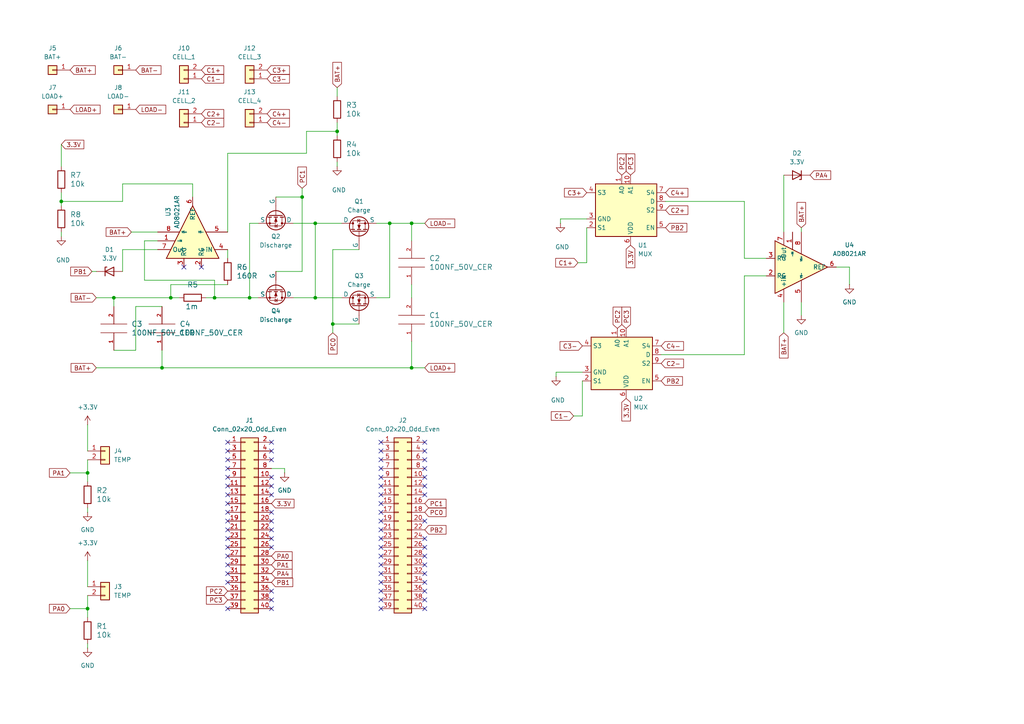
<source format=kicad_sch>
(kicad_sch (version 20250114) (generator "eeschema") (generator_version "9.0")
  (paper "A4")
  (lib_symbols
    (symbol "Amplifier_Operational:AD8021AR"
      (property "Reference" "U3" (at 13.97 6.4202 0))
      (property "Value" "AD8021AR" (at 13.97 3.8802 0))
      (symbol "AD8021AR_0_1"
        (polyline (pts (xy -7.62 7.62) (xy 7.62 0) (xy -7.62 -7.62) (xy -7.62 7.62)) (stroke (width 0.254)) (fill (type background)))
      )
      (symbol "AD8021AR_1_1"
        (pin input line (at -10.16 2.54 0) (length 2.54) (name "RG") (number "3"))
        (pin input line (at -10.16 -2.54 0) (length 2.54) (name "RG") (number "2"))
        (pin power_in line (at -5.08 10.16 270) (length 3.81) (name "Out") (number "7"))
        (pin power_in line (at -5.08 -10.16 90) (length 3.81) (name "+iN") (number "4"))
        (pin input line (at -2.54 10.16 270) (length 5.08) (name "-IN") (number "1"))
        (pin input line (at 0 10.16 270) (length 6.35) (name "VS+") (number "8"))
        (pin passive line (at 0 -10.16 90) (length 6.35) (name "VS-") (number "5"))
        (pin output line (at 10.16 0 180) (length 2.54) (name "REF") (number "6"))
      )
    )
    (symbol "Analog:PGA112"
      (property "Reference" "U2" (at 2.1433 -10.16 0))
      (property "Value" "MUX" (at 2.1433 -12.7 0))
      (symbol "PGA112_0_1"
        (rectangle (start -10.16 7.62) (end 7.62 -7.62) (stroke (width 0.254)) (fill (type background)))
      )
      (symbol "PGA112_1_1"
        (pin input line (at -12.7 5.08 0) (length 2.54) (name "S3") (number "4"))
        (pin input line (at -12.7 -2.54 0) (length 2.54) (name "GND") (number "3"))
        (pin input line (at -12.7 -5.08 0) (length 2.54) (name "S1") (number "2"))
        (pin power_in line (at -2.54 10.16 270) (length 2.54) (name "A0") (number "1"))
        (pin power_in line (at 0 10.16 270) (length 2.54) (name "A1") (number "10"))
        (pin power_in line (at 0 -10.16 90) (length 2.54) (name "VDD") (number "6"))
        (pin input line (at 10.16 5.08 180) (length 2.54) (name "S4") (number "7"))
        (pin bidirectional line (at 10.16 2.54 180) (length 2.54) (name "D") (number "8"))
        (pin input line (at 10.16 0 180) (length 2.54) (name "S2") (number "9"))
        (pin output line (at 10.16 -5.08 180) (length 2.54) (name "EN") (number "5"))
      )
    )
    (symbol "Connector_Generic:Conn_01x01" (pin_names (offset 1.016) (hide yes))
      (property "Reference" "J" (at 0 2.54 0))
      (property "Value" "Conn_01x01" (at 0 -2.54 0))
      (symbol "Conn_01x01_1_1"
        (rectangle (start -1.27 1.27) (end 1.27 -1.27) (stroke (width 0.254)) (fill (type background)))
        (rectangle (start -1.27 0.127) (end 0 -0.127) (stroke (width 0.1524)))
        (pin passive line (at -5.08 0 0) (length 3.81) (name "Pin_1") (number "1"))
      )
    )
    (symbol "Connector_Generic:Conn_01x02" (pin_names (offset 1.016) (hide yes))
      (property "Reference" "J" (at 0 2.54 0))
      (property "Value" "Conn_01x02" (at 0 -5.08 0))
      (symbol "Conn_01x02_1_1"
        (rectangle (start -1.27 1.27) (end 1.27 -3.81) (stroke (width 0.254)) (fill (type background)))
        (rectangle (start -1.27 0.127) (end 0 -0.127) (stroke (width 0.1524)))
        (rectangle (start -1.27 -2.413) (end 0 -2.667) (stroke (width 0.1524)))
        (pin passive line (at -5.08 0 0) (length 3.81) (name "Pin_1") (number "1"))
        (pin passive line (at -5.08 -2.54 0) (length 3.81) (name "Pin_2") (number "2"))
      )
    )
    (symbol "Connector_Generic:Conn_02x20_Odd_Even" (pin_names (offset 1.016) (hide yes))
      (property "Reference" "J" (at 1.27 25.4 0))
      (property "Value" "Conn_02x20_Odd_Even" (at 1.27 -27.94 0))
      (symbol "Conn_02x20_Odd_Even_1_1"
        (rectangle (start -1.27 24.13) (end 3.81 -26.67) (stroke (width 0.254)) (fill (type background)))
        (rectangle (start -1.27 22.987) (end 0 22.733) (stroke (width 0.1524)))
        (rectangle (start -1.27 20.447) (end 0 20.193) (stroke (width 0.1524)))
        (rectangle (start -1.27 17.907) (end 0 17.653) (stroke (width 0.1524)))
        (rectangle (start -1.27 15.367) (end 0 15.113) (stroke (width 0.1524)))
        (rectangle (start -1.27 12.827) (end 0 12.573) (stroke (width 0.1524)))
        (rectangle (start -1.27 10.287) (end 0 10.033) (stroke (width 0.1524)))
        (rectangle (start -1.27 7.747) (end 0 7.493) (stroke (width 0.1524)))
        (rectangle (start -1.27 5.207) (end 0 4.953) (stroke (width 0.1524)))
        (rectangle (start -1.27 2.667) (end 0 2.413) (stroke (width 0.1524)))
        (rectangle (start -1.27 0.127) (end 0 -0.127) (stroke (width 0.1524)))
        (rectangle (start -1.27 -2.413) (end 0 -2.667) (stroke (width 0.1524)))
        (rectangle (start -1.27 -4.953) (end 0 -5.207) (stroke (width 0.1524)))
        (rectangle (start -1.27 -7.493) (end 0 -7.747) (stroke (width 0.1524)))
        (rectangle (start -1.27 -10.033) (end 0 -10.287) (stroke (width 0.1524)))
        (rectangle (start -1.27 -12.573) (end 0 -12.827) (stroke (width 0.1524)))
        (rectangle (start -1.27 -15.113) (end 0 -15.367) (stroke (width 0.1524)))
        (rectangle (start -1.27 -17.653) (end 0 -17.907) (stroke (width 0.1524)))
        (rectangle (start -1.27 -20.193) (end 0 -20.447) (stroke (width 0.1524)))
        (rectangle (start -1.27 -22.733) (end 0 -22.987) (stroke (width 0.1524)))
        (rectangle (start -1.27 -25.273) (end 0 -25.527) (stroke (width 0.1524)))
        (rectangle (start 3.81 22.987) (end 2.54 22.733) (stroke (width 0.1524)))
        (rectangle (start 3.81 20.447) (end 2.54 20.193) (stroke (width 0.1524)))
        (rectangle (start 3.81 17.907) (end 2.54 17.653) (stroke (width 0.1524)))
        (rectangle (start 3.81 15.367) (end 2.54 15.113) (stroke (width 0.1524)))
        (rectangle (start 3.81 12.827) (end 2.54 12.573) (stroke (width 0.1524)))
        (rectangle (start 3.81 10.287) (end 2.54 10.033) (stroke (width 0.1524)))
        (rectangle (start 3.81 7.747) (end 2.54 7.493) (stroke (width 0.1524)))
        (rectangle (start 3.81 5.207) (end 2.54 4.953) (stroke (width 0.1524)))
        (rectangle (start 3.81 2.667) (end 2.54 2.413) (stroke (width 0.1524)))
        (rectangle (start 3.81 0.127) (end 2.54 -0.127) (stroke (width 0.1524)))
        (rectangle (start 3.81 -2.413) (end 2.54 -2.667) (stroke (width 0.1524)))
        (rectangle (start 3.81 -4.953) (end 2.54 -5.207) (stroke (width 0.1524)))
        (rectangle (start 3.81 -7.493) (end 2.54 -7.747) (stroke (width 0.1524)))
        (rectangle (start 3.81 -10.033) (end 2.54 -10.287) (stroke (width 0.1524)))
        (rectangle (start 3.81 -12.573) (end 2.54 -12.827) (stroke (width 0.1524)))
        (rectangle (start 3.81 -15.113) (end 2.54 -15.367) (stroke (width 0.1524)))
        (rectangle (start 3.81 -17.653) (end 2.54 -17.907) (stroke (width 0.1524)))
        (rectangle (start 3.81 -20.193) (end 2.54 -20.447) (stroke (width 0.1524)))
        (rectangle (start 3.81 -22.733) (end 2.54 -22.987) (stroke (width 0.1524)))
        (rectangle (start 3.81 -25.273) (end 2.54 -25.527) (stroke (width 0.1524)))
        (pin passive line (at -5.08 22.86 0) (length 3.81) (name "Pin_1") (number "1"))
        (pin passive line (at -5.08 20.32 0) (length 3.81) (name "Pin_3") (number "3"))
        (pin passive line (at -5.08 17.78 0) (length 3.81) (name "Pin_5") (number "5"))
        (pin passive line (at -5.08 15.24 0) (length 3.81) (name "Pin_7") (number "7"))
        (pin passive line (at -5.08 12.7 0) (length 3.81) (name "Pin_9") (number "9"))
        (pin passive line (at -5.08 10.16 0) (length 3.81) (name "Pin_11") (number "11"))
        (pin passive line (at -5.08 7.62 0) (length 3.81) (name "Pin_13") (number "13"))
        (pin passive line (at -5.08 5.08 0) (length 3.81) (name "Pin_15") (number "15"))
        (pin passive line (at -5.08 2.54 0) (length 3.81) (name "Pin_17") (number "17"))
        (pin passive line (at -5.08 0 0) (length 3.81) (name "Pin_19") (number "19"))
        (pin passive line (at -5.08 -2.54 0) (length 3.81) (name "Pin_21") (number "21"))
        (pin passive line (at -5.08 -5.08 0) (length 3.81) (name "Pin_23") (number "23"))
        (pin passive line (at -5.08 -7.62 0) (length 3.81) (name "Pin_25") (number "25"))
        (pin passive line (at -5.08 -10.16 0) (length 3.81) (name "Pin_27") (number "27"))
        (pin passive line (at -5.08 -12.7 0) (length 3.81) (name "Pin_29") (number "29"))
        (pin passive line (at -5.08 -15.24 0) (length 3.81) (name "Pin_31") (number "31"))
        (pin passive line (at -5.08 -17.78 0) (length 3.81) (name "Pin_33") (number "33"))
        (pin passive line (at -5.08 -20.32 0) (length 3.81) (name "Pin_35") (number "35"))
        (pin passive line (at -5.08 -22.86 0) (length 3.81) (name "Pin_37") (number "37"))
        (pin passive line (at -5.08 -25.4 0) (length 3.81) (name "Pin_39") (number "39"))
        (pin passive line (at 7.62 22.86 180) (length 3.81) (name "Pin_2") (number "2"))
        (pin passive line (at 7.62 20.32 180) (length 3.81) (name "Pin_4") (number "4"))
        (pin passive line (at 7.62 17.78 180) (length 3.81) (name "Pin_6") (number "6"))
        (pin passive line (at 7.62 15.24 180) (length 3.81) (name "Pin_8") (number "8"))
        (pin passive line (at 7.62 12.7 180) (length 3.81) (name "Pin_10") (number "10"))
        (pin passive line (at 7.62 10.16 180) (length 3.81) (name "Pin_12") (number "12"))
        (pin passive line (at 7.62 7.62 180) (length 3.81) (name "Pin_14") (number "14"))
        (pin passive line (at 7.62 5.08 180) (length 3.81) (name "Pin_16") (number "16"))
        (pin passive line (at 7.62 2.54 180) (length 3.81) (name "Pin_18") (number "18"))
        (pin passive line (at 7.62 0 180) (length 3.81) (name "Pin_20") (number "20"))
        (pin passive line (at 7.62 -2.54 180) (length 3.81) (name "Pin_22") (number "22"))
        (pin passive line (at 7.62 -5.08 180) (length 3.81) (name "Pin_24") (number "24"))
        (pin passive line (at 7.62 -7.62 180) (length 3.81) (name "Pin_26") (number "26"))
        (pin passive line (at 7.62 -10.16 180) (length 3.81) (name "Pin_28") (number "28"))
        (pin passive line (at 7.62 -12.7 180) (length 3.81) (name "Pin_30") (number "30"))
        (pin passive line (at 7.62 -15.24 180) (length 3.81) (name "Pin_32") (number "32"))
        (pin passive line (at 7.62 -17.78 180) (length 3.81) (name "Pin_34") (number "34"))
        (pin passive line (at 7.62 -20.32 180) (length 3.81) (name "Pin_36") (number "36"))
        (pin passive line (at 7.62 -22.86 180) (length 3.81) (name "Pin_38") (number "38"))
        (pin passive line (at 7.62 -25.4 180) (length 3.81) (name "Pin_40") (number "40"))
      )
    )
    (symbol "Diode:BZV55B3V0" (pin_numbers (hide yes)) (pin_names (hide yes))
      (property "Reference" "D" (at 0 2.54 0))
      (property "Value" "BZV55B3V0" (at 0 -2.54 0))
      (symbol "BZV55B3V0_0_1"
        (polyline (pts (xy -1.27 -1.27) (xy -1.27 1.27) (xy -0.762 1.27)) (stroke (width 0.254)))
        (polyline (pts (xy 1.27 0) (xy -1.27 0)))
        (polyline (pts (xy 1.27 -1.27) (xy 1.27 1.27) (xy -1.27 0) (xy 1.27 -1.27)) (stroke (width 0.254)))
      )
      (symbol "BZV55B3V0_1_1"
        (pin passive line (at -3.81 0 0) (length 2.54) (name "K") (number "1"))
        (pin passive line (at 3.81 0 180) (length 2.54) (name "A") (number "2"))
      )
    )
    (symbol "NMOS_1" (pin_numbers (hide yes)) (pin_names (offset 0))
      (property "Reference" "Q3" (at 6.35 1.2701 0))
      (property "Value" "NMOS" (at 6.35 -1.2699 0))
      (symbol "NMOS_1_0_1"
        (polyline (pts (xy 0.254 1.905) (xy 0.254 -1.905)) (stroke (width 0.254)))
        (polyline (pts (xy 0.254 0) (xy -2.54 0)))
        (polyline (pts (xy 0.762 2.286) (xy 0.762 1.27)) (stroke (width 0.254)))
        (polyline (pts (xy 0.762 0.508) (xy 0.762 -0.508)) (stroke (width 0.254)))
        (polyline (pts (xy 0.762 -1.27) (xy 0.762 -2.286)) (stroke (width 0.254)))
        (polyline (pts (xy 0.762 -1.778) (xy 3.302 -1.778) (xy 3.302 1.778) (xy 0.762 1.778)))
        (polyline (pts (xy 1.016 0) (xy 2.032 0.381) (xy 2.032 -0.381) (xy 1.016 0)) (fill (type outline)))
        (circle (center 1.651 0) (radius 2.794) (stroke (width 0.254)))
        (polyline (pts (xy 2.54 2.54) (xy 2.54 1.778)))
        (circle (center 2.54 1.778) (radius 0.254) (fill (type outline)))
        (circle (center 2.54 -1.778) (radius 0.254) (fill (type outline)))
        (polyline (pts (xy 2.54 -2.54) (xy 2.54 0) (xy 0.762 0)))
        (polyline (pts (xy 2.794 0.508) (xy 2.921 0.381) (xy 3.683 0.381) (xy 3.81 0.254)))
        (polyline (pts (xy 3.302 0.381) (xy 2.921 -0.254) (xy 3.683 -0.254) (xy 3.302 0.381)))
      )
      (symbol "NMOS_1_1_1"
        (pin input line (at -5.08 0 0) (length 2.54) (name "G") (number "4"))
        (pin passive line (at 2.54 5.08 270) (length 2.54) (name "D") (number "8"))
        (pin passive line (at 2.54 -5.08 90) (length 2.54) (name "S") (number "1"))
      )
    )
    (symbol "VAMK_C_SMD:100NF_50V_CER" (pin_names (offset 0))
      (property "Reference" "C" (at 0 7.62 0))
      (symbol "100NF_50V_CER_1_1"
        (polyline (pts (xy -1.27 -3.81) (xy -1.27 3.81)))
        (polyline (pts (xy 1.27 -3.81) (xy 1.27 3.81)))
        (pin passive line (at -6.35 0 0) (length 5.08) (name "~") (number "1"))
        (pin passive line (at 6.35 0 180) (length 5.08) (name "~") (number "2"))
      )
    )
    (symbol "VAMK_R_SMD:0R" (pin_numbers (hide yes)) (pin_names (offset 0) (hide yes))
      (property "Reference" "R" (at 0 0 0))
      (symbol "0R_1_1"
        (rectangle (start 2.54 -1.016) (end -2.54 1.016) (stroke (width 0.254)))
        (pin passive line (at -3.81 0 0) (length 1.27) (name "~") (number "1"))
        (pin passive line (at 3.81 0 180) (length 1.27) (name "~") (number "2"))
      )
    )
    (symbol "VAMK_R_SMD:10k" (pin_numbers (hide yes)) (pin_names (offset 0) (hide yes))
      (property "Reference" "R" (at 0 0 0))
      (symbol "10k_1_1"
        (rectangle (start 2.54 -1.016) (end -2.54 1.016) (stroke (width 0.254)))
        (pin passive line (at -3.81 0 0) (length 1.27) (name "~") (number "1"))
        (pin passive line (at 3.81 0 180) (length 1.27) (name "~") (number "2"))
      )
    )
    (symbol "power:+3.3V" (power) (pin_numbers (hide yes)) (pin_names (offset 0) (hide yes))
      (property "Value" "+3.3V" (at 0 3.556 0))
      (symbol "+3.3V_0_1"
        (polyline (pts (xy -0.762 1.27) (xy 0 2.54)))
        (polyline (pts (xy 0 2.54) (xy 0.762 1.27)))
        (polyline (pts (xy 0 0) (xy 0 2.54)))
      )
      (symbol "+3.3V_1_1"
        (pin power_in line (at 0 0 90) (length 0) (name "~") (number "1"))
      )
    )
    (symbol "power:GND" (power) (pin_numbers (hide yes)) (pin_names (offset 0) (hide yes))
      (property "Value" "GND" (at 0 -3.81 0))
      (symbol "GND_0_1"
        (polyline (pts (xy 0 0) (xy 0 -1.27) (xy 1.27 -1.27) (xy 0 -2.54) (xy -1.27 -1.27) (xy 0 -1.27)))
      )
      (symbol "GND_1_1"
        (pin power_in line (at 0 0 270) (length 0) (name "~") (number "1"))
      )
    )
  )
  (junction (at 91.44 64.77))
  (junction (at 25.4 176.53))
  (junction (at 119.38 64.77))
  (junction (at 33.02 86.36))
  (junction (at 119.38 106.68))
  (junction (at 87.63 57.15))
  (junction (at 91.44 86.36))
  (junction (at 49.53 86.36))
  (junction (at 46.99 106.68))
  (junction (at 72.39 86.36))
  (junction (at 62.23 86.36))
  (junction (at 96.52 93.98))
  (junction (at 97.79 38.1))
  (junction (at 17.78 58.42))
  (junction (at 25.4 137.16))
  (junction (at 113.03 64.77))
  (no_connect (at 78.74 143.51))
  (no_connect (at 66.04 138.43))
  (no_connect (at 110.49 146.05))
  (no_connect (at 66.04 153.67))
  (no_connect (at 123.19 168.91))
  (no_connect (at 123.19 128.27))
  (no_connect (at 110.49 158.75))
  (no_connect (at 66.04 163.83))
  (no_connect (at 66.04 161.29))
  (no_connect (at 78.74 171.45))
  (no_connect (at 78.74 133.35))
  (no_connect (at 110.49 166.37))
  (no_connect (at 110.49 128.27))
  (no_connect (at 123.19 173.99))
  (no_connect (at 66.04 158.75))
  (no_connect (at 66.04 166.37))
  (no_connect (at 110.49 173.99))
  (no_connect (at 110.49 151.13))
  (no_connect (at 66.04 146.05))
  (no_connect (at 66.04 148.59))
  (no_connect (at 110.49 168.91))
  (no_connect (at 78.74 130.81))
  (no_connect (at 110.49 161.29))
  (no_connect (at 78.74 128.27))
  (no_connect (at 78.74 140.97))
  (no_connect (at 78.74 153.67))
  (no_connect (at 110.49 156.21))
  (no_connect (at 66.04 168.91))
  (no_connect (at 66.04 130.81))
  (no_connect (at 58.42 77.47))
  (no_connect (at 123.19 135.89))
  (no_connect (at 110.49 171.45))
  (no_connect (at 123.19 161.29))
  (no_connect (at 110.49 140.97))
  (no_connect (at 66.04 151.13))
  (no_connect (at 123.19 163.83))
  (no_connect (at 78.74 158.75))
  (no_connect (at 53.34 77.47))
  (no_connect (at 123.19 171.45))
  (no_connect (at 123.19 143.51))
  (no_connect (at 123.19 156.21))
  (no_connect (at 78.74 176.53))
  (no_connect (at 110.49 163.83))
  (no_connect (at 66.04 140.97))
  (no_connect (at 110.49 148.59))
  (no_connect (at 110.49 143.51))
  (no_connect (at 123.19 133.35))
  (no_connect (at 78.74 156.21))
  (no_connect (at 66.04 128.27))
  (no_connect (at 66.04 176.53))
  (no_connect (at 123.19 166.37))
  (no_connect (at 66.04 133.35))
  (no_connect (at 123.19 151.13))
  (no_connect (at 78.74 138.43))
  (no_connect (at 123.19 140.97))
  (no_connect (at 110.49 133.35))
  (no_connect (at 78.74 148.59))
  (no_connect (at 66.04 143.51))
  (no_connect (at 110.49 153.67))
  (no_connect (at 123.19 138.43))
  (no_connect (at 123.19 158.75))
  (no_connect (at 123.19 176.53))
  (no_connect (at 110.49 135.89))
  (no_connect (at 66.04 156.21))
  (no_connect (at 78.74 151.13))
  (no_connect (at 66.04 135.89))
  (no_connect (at 78.74 173.99))
  (no_connect (at 123.19 130.81))
  (no_connect (at 110.49 176.53))
  (no_connect (at 110.49 138.43))
  (no_connect (at 110.49 130.81))
  (wire (pts (xy 25.4 139.7) (xy 25.4 137.16)))
  (wire (pts (xy 39.37 88.9) (xy 46.99 88.9)))
  (wire (pts (xy 25.4 133.35) (xy 25.4 137.16)))
  (wire (pts (xy 161.29 109.22) (xy 161.29 107.95)))
  (wire (pts (xy 55.88 53.34) (xy 55.88 57.15)))
  (wire (pts (xy 27.94 86.36) (xy 33.02 86.36)))
  (wire (pts (xy 82.55 137.16) (xy 82.55 135.89)))
  (wire (pts (xy 96.52 93.98) (xy 104.14 93.98)))
  (wire (pts (xy 215.9 80.01) (xy 222.25 80.01)))
  (wire (pts (xy 49.53 86.36) (xy 52.07 86.36)))
  (wire (pts (xy 119.38 64.77) (xy 123.19 64.77)))
  (wire (pts (xy 162.56 64.77) (xy 162.56 63.5)))
  (wire (pts (xy 87.63 78.74) (xy 87.63 57.15)))
  (wire (pts (xy 25.4 123.19) (xy 25.4 130.81)))
  (wire (pts (xy 41.91 69.85) (xy 41.91 81.28)))
  (wire (pts (xy 25.4 176.53) (xy 20.32 176.53)))
  (wire (pts (xy 46.99 101.6) (xy 46.99 106.68)))
  (wire (pts (xy 96.52 72.39) (xy 96.52 93.98)))
  (wire (pts (xy 97.79 38.1) (xy 97.79 39.37)))
  (wire (pts (xy 119.38 82.55) (xy 119.38 86.36)))
  (wire (pts (xy 66.04 72.39) (xy 66.04 74.93)))
  (wire (pts (xy 82.55 135.89) (xy 78.74 135.89)))
  (wire (pts (xy 35.56 58.42) (xy 35.56 53.34)))
  (wire (pts (xy 80.01 57.15) (xy 87.63 57.15)))
  (wire (pts (xy 25.4 179.07) (xy 25.4 176.53)))
  (wire (pts (xy 66.04 82.55) (xy 49.53 82.55)))
  (wire (pts (xy 246.38 77.47) (xy 246.38 82.55)))
  (wire (pts (xy 17.78 55.88) (xy 17.78 58.42)))
  (wire (pts (xy 161.29 107.95) (xy 168.91 107.95)))
  (wire (pts (xy 25.4 147.32) (xy 25.4 148.59)))
  (wire (pts (xy 215.9 102.87) (xy 215.9 80.01)))
  (wire (pts (xy 113.03 64.77) (xy 119.38 64.77)))
  (wire (pts (xy 168.91 120.65) (xy 168.91 110.49)))
  (wire (pts (xy 59.69 86.36) (xy 62.23 86.36)))
  (wire (pts (xy 33.02 101.6) (xy 39.37 101.6)))
  (wire (pts (xy 72.39 86.36) (xy 72.39 64.77)))
  (wire (pts (xy 162.56 63.5) (xy 170.18 63.5)))
  (wire (pts (xy 119.38 64.77) (xy 119.38 69.85)))
  (wire (pts (xy 227.33 96.52) (xy 227.33 87.63)))
  (wire (pts (xy 91.44 64.77) (xy 99.06 64.77)))
  (wire (pts (xy 104.14 72.39) (xy 96.52 72.39)))
  (wire (pts (xy 17.78 68.58) (xy 17.78 67.31)))
  (wire (pts (xy 119.38 99.06) (xy 119.38 106.68)))
  (wire (pts (xy 27.94 106.68) (xy 46.99 106.68)))
  (wire (pts (xy 26.67 78.74) (xy 27.94 78.74)))
  (wire (pts (xy 74.93 86.36) (xy 72.39 86.36)))
  (wire (pts (xy 88.9 44.45) (xy 66.04 44.45)))
  (wire (pts (xy 119.38 106.68) (xy 123.19 106.68)))
  (wire (pts (xy 35.56 72.39) (xy 35.56 78.74)))
  (wire (pts (xy 193.04 58.42) (xy 215.9 58.42)))
  (wire (pts (xy 242.57 77.47) (xy 246.38 77.47)))
  (wire (pts (xy 17.78 58.42) (xy 35.56 58.42)))
  (wire (pts (xy 97.79 38.1) (xy 88.9 38.1)))
  (wire (pts (xy 72.39 64.77) (xy 74.93 64.77)))
  (wire (pts (xy 41.91 81.28) (xy 62.23 81.28)))
  (wire (pts (xy 33.02 86.36) (xy 33.02 88.9)))
  (wire (pts (xy 25.4 186.69) (xy 25.4 187.96)))
  (wire (pts (xy 85.09 86.36) (xy 91.44 86.36)))
  (wire (pts (xy 97.79 48.26) (xy 97.79 46.99)))
  (wire (pts (xy 25.4 137.16) (xy 20.32 137.16)))
  (wire (pts (xy 45.72 72.39) (xy 35.56 72.39)))
  (wire (pts (xy 39.37 101.6) (xy 39.37 88.9)))
  (wire (pts (xy 62.23 81.28) (xy 62.23 86.36)))
  (wire (pts (xy 62.23 86.36) (xy 72.39 86.36)))
  (wire (pts (xy 88.9 38.1) (xy 88.9 44.45)))
  (wire (pts (xy 96.52 93.98) (xy 96.52 96.52)))
  (wire (pts (xy 46.99 106.68) (xy 119.38 106.68)))
  (wire (pts (xy 215.9 58.42) (xy 215.9 74.93)))
  (wire (pts (xy 38.1 67.31) (xy 45.72 67.31)))
  (wire (pts (xy 109.22 86.36) (xy 113.03 86.36)))
  (wire (pts (xy 87.63 54.61) (xy 87.63 57.15)))
  (wire (pts (xy 35.56 53.34) (xy 55.88 53.34)))
  (wire (pts (xy 227.33 50.8) (xy 227.33 67.31)))
  (wire (pts (xy 167.64 76.2) (xy 170.18 76.2)))
  (wire (pts (xy 17.78 58.42) (xy 17.78 59.69)))
  (wire (pts (xy 97.79 25.4) (xy 97.79 27.94)))
  (wire (pts (xy 66.04 44.45) (xy 66.04 67.31)))
  (wire (pts (xy 232.41 87.63) (xy 232.41 91.44)))
  (wire (pts (xy 232.41 66.04) (xy 232.41 67.31)))
  (wire (pts (xy 17.78 41.91) (xy 17.78 48.26)))
  (wire (pts (xy 113.03 86.36) (xy 113.03 64.77)))
  (wire (pts (xy 113.03 64.77) (xy 109.22 64.77)))
  (wire (pts (xy 215.9 74.93) (xy 222.25 74.93)))
  (wire (pts (xy 25.4 172.72) (xy 25.4 176.53)))
  (wire (pts (xy 80.01 78.74) (xy 87.63 78.74)))
  (wire (pts (xy 45.72 69.85) (xy 41.91 69.85)))
  (wire (pts (xy 191.77 102.87) (xy 215.9 102.87)))
  (wire (pts (xy 85.09 64.77) (xy 91.44 64.77)))
  (wire (pts (xy 33.02 86.36) (xy 49.53 86.36)))
  (wire (pts (xy 91.44 64.77) (xy 91.44 86.36)))
  (wire (pts (xy 25.4 162.56) (xy 25.4 170.18)))
  (wire (pts (xy 97.79 35.56) (xy 97.79 38.1)))
  (wire (pts (xy 49.53 82.55) (xy 49.53 86.36)))
  (wire (pts (xy 166.37 120.65) (xy 168.91 120.65)))
  (wire (pts (xy 170.18 76.2) (xy 170.18 66.04)))
  (wire (pts (xy 91.44 86.36) (xy 99.06 86.36)))
  (global_label "C1-" (shape input) (at 58.42 22.86 0) (property "Intersheetrefs" "${INTERSHEET_REFS}" (effects (hide yes))))
  (global_label "PB1" (shape input) (at 78.74 168.91 0) (property "Intersheetrefs" "${INTERSHEET_REFS}" (effects (hide yes))))
  (global_label "PB2" (shape input) (at 123.19 153.67 0) (property "Intersheetrefs" "${INTERSHEET_REFS}" (effects (hide yes))))
  (global_label "C1-" (shape input) (at 166.37 120.65 180) (property "Intersheetrefs" "${INTERSHEET_REFS}" (effects (hide yes))))
  (global_label "PB2" (shape input) (at 193.04 66.04 0) (property "Intersheetrefs" "${INTERSHEET_REFS}" (effects (hide yes))))
  (global_label "C4-" (shape input) (at 77.47 35.56 0) (property "Intersheetrefs" "${INTERSHEET_REFS}" (effects (hide yes))))
  (global_label "PA4" (shape input) (at 234.95 50.8 0) (property "Intersheetrefs" "${INTERSHEET_REFS}" (effects (hide yes))))
  (global_label "C4+" (shape input) (at 193.04 55.88 0) (property "Intersheetrefs" "${INTERSHEET_REFS}" (effects (hide yes))))
  (global_label "LOAD-" (shape input) (at 123.19 64.77 0) (property "Intersheetrefs" "${INTERSHEET_REFS}" (effects (hide yes))))
  (global_label "3.3V" (shape input) (at 78.74 146.05 0) (property "Intersheetrefs" "${INTERSHEET_REFS}" (effects (hide yes))))
  (global_label "BAT+" (shape input) (at 20.32 20.32 0) (property "Intersheetrefs" "${INTERSHEET_REFS}" (effects (hide yes))))
  (global_label "C3-" (shape input) (at 77.47 22.86 0) (property "Intersheetrefs" "${INTERSHEET_REFS}" (effects (hide yes))))
  (global_label "PB2" (shape input) (at 191.77 110.49 0) (property "Intersheetrefs" "${INTERSHEET_REFS}" (effects (hide yes))))
  (global_label "PC2" (shape input) (at 180.34 50.8 90) (property "Intersheetrefs" "${INTERSHEET_REFS}" (effects (hide yes))))
  (global_label "PA1" (shape input) (at 78.74 163.83 0) (property "Intersheetrefs" "${INTERSHEET_REFS}" (effects (hide yes))))
  (global_label "BAT-" (shape input) (at 27.94 86.36 180) (property "Intersheetrefs" "${INTERSHEET_REFS}" (effects (hide yes))))
  (global_label "PC0" (shape input) (at 123.19 148.59 0) (property "Intersheetrefs" "${INTERSHEET_REFS}" (effects (hide yes))))
  (global_label "PC3" (shape input) (at 66.04 173.99 180) (property "Intersheetrefs" "${INTERSHEET_REFS}" (effects (hide yes))))
  (global_label "C3+" (shape input) (at 77.47 20.32 0) (property "Intersheetrefs" "${INTERSHEET_REFS}" (effects (hide yes))))
  (global_label "PC3" (shape input) (at 181.61 95.25 90) (property "Intersheetrefs" "${INTERSHEET_REFS}" (effects (hide yes))))
  (global_label "LOAD-" (shape input) (at 39.37 31.75 0) (property "Intersheetrefs" "${INTERSHEET_REFS}" (effects (hide yes))))
  (global_label "PC2" (shape input) (at 66.04 171.45 180) (property "Intersheetrefs" "${INTERSHEET_REFS}" (effects (hide yes))))
  (global_label "PC1" (shape input) (at 87.63 54.61 90) (property "Intersheetrefs" "${INTERSHEET_REFS}" (effects (hide yes))))
  (global_label "PA0" (shape input) (at 78.74 161.29 0) (property "Intersheetrefs" "${INTERSHEET_REFS}" (effects (hide yes))))
  (global_label "3.3V" (shape input) (at 182.88 71.12 270) (property "Intersheetrefs" "${INTERSHEET_REFS}" (effects (hide yes))))
  (global_label "LOAD+" (shape input) (at 123.19 106.68 0) (property "Intersheetrefs" "${INTERSHEET_REFS}" (effects (hide yes))))
  (global_label "BAT+" (shape input) (at 27.94 106.68 180) (property "Intersheetrefs" "${INTERSHEET_REFS}" (effects (hide yes))))
  (global_label "C1+" (shape input) (at 167.64 76.2 180) (property "Intersheetrefs" "${INTERSHEET_REFS}" (effects (hide yes))))
  (global_label "C2+" (shape input) (at 58.42 33.02 0) (property "Intersheetrefs" "${INTERSHEET_REFS}" (effects (hide yes))))
  (global_label "C2-" (shape input) (at 191.77 105.41 0) (property "Intersheetrefs" "${INTERSHEET_REFS}" (effects (hide yes))))
  (global_label "C3+" (shape input) (at 170.18 55.88 180) (property "Intersheetrefs" "${INTERSHEET_REFS}" (effects (hide yes))))
  (global_label "PB1" (shape input) (at 26.67 78.74 180) (property "Intersheetrefs" "${INTERSHEET_REFS}" (effects (hide yes))))
  (global_label "3.3V" (shape input) (at 181.61 115.57 270) (property "Intersheetrefs" "${INTERSHEET_REFS}" (effects (hide yes))))
  (global_label "BAT+" (shape input) (at 97.79 25.4 90) (property "Intersheetrefs" "${INTERSHEET_REFS}" (effects (hide yes))))
  (global_label "BAT-" (shape input) (at 39.37 20.32 0) (property "Intersheetrefs" "${INTERSHEET_REFS}" (effects (hide yes))))
  (global_label "BAT+" (shape input) (at 38.1 67.31 180) (property "Intersheetrefs" "${INTERSHEET_REFS}" (effects (hide yes))))
  (global_label "3.3V" (shape input) (at 17.78 41.91 0) (property "Intersheetrefs" "${INTERSHEET_REFS}" (effects (hide yes))))
  (global_label "BAT+" (shape input) (at 227.33 96.52 270) (property "Intersheetrefs" "${INTERSHEET_REFS}" (effects (hide yes))))
  (global_label "PC1" (shape input) (at 123.19 146.05 0) (property "Intersheetrefs" "${INTERSHEET_REFS}" (effects (hide yes))))
  (global_label "LOAD+" (shape input) (at 20.32 31.75 0) (property "Intersheetrefs" "${INTERSHEET_REFS}" (effects (hide yes))))
  (global_label "PA1" (shape input) (at 20.32 137.16 180) (property "Intersheetrefs" "${INTERSHEET_REFS}" (effects (hide yes))))
  (global_label "PC2" (shape input) (at 179.07 95.25 90) (property "Intersheetrefs" "${INTERSHEET_REFS}" (effects (hide yes))))
  (global_label "C1+" (shape input) (at 58.42 20.32 0) (property "Intersheetrefs" "${INTERSHEET_REFS}" (effects (hide yes))))
  (global_label "PA4" (shape input) (at 78.74 166.37 0) (property "Intersheetrefs" "${INTERSHEET_REFS}" (effects (hide yes))))
  (global_label "C2-" (shape input) (at 58.42 35.56 0) (property "Intersheetrefs" "${INTERSHEET_REFS}" (effects (hide yes))))
  (global_label "PC0" (shape input) (at 96.52 96.52 270) (property "Intersheetrefs" "${INTERSHEET_REFS}" (effects (hide yes))))
  (global_label "PA0" (shape input) (at 20.32 176.53 180) (property "Intersheetrefs" "${INTERSHEET_REFS}" (effects (hide yes))))
  (global_label "C3-" (shape input) (at 168.91 100.33 180) (property "Intersheetrefs" "${INTERSHEET_REFS}" (effects (hide yes))))
  (global_label "C4+" (shape input) (at 77.47 33.02 0) (property "Intersheetrefs" "${INTERSHEET_REFS}" (effects (hide yes))))
  (global_label "C4-" (shape input) (at 191.77 100.33 0) (property "Intersheetrefs" "${INTERSHEET_REFS}" (effects (hide yes))))
  (global_label "BAT+" (shape input) (at 232.41 66.04 90) (property "Intersheetrefs" "${INTERSHEET_REFS}" (effects (hide yes))))
  (global_label "C2+" (shape input) (at 193.04 60.96 0) (property "Intersheetrefs" "${INTERSHEET_REFS}" (effects (hide yes))))
  (global_label "PC3" (shape input) (at 182.88 50.8 90) (property "Intersheetrefs" "${INTERSHEET_REFS}" (effects (hide yes))))
  (symbol (lib_id "Diode:BZV55B3V0") (at 31.75 78.74 0) (unit 1)
    (property "Reference" "D1" (at 31.75 72.39 0))
    (property "Value" "3.3V" (at 31.75 74.93 0))
    (property "Footprint" "Diode_SMD:D_SMF" (effects (hide yes)))
    (property "Datasheet" "https://assets.nexperia.com/documents/data-sheet/BZV55_SER.pdf" (effects (hide yes)))
    (property "Description" "3.0V, 500mW, 2%, Zener diode, MiniMELF" (effects (hide yes)))
  )
  (symbol (lib_id "Connector_Generic:Conn_01x02") (at 30.48 130.81 0) (unit 1)
    (property "Reference" "J4" (at 33.02 130.8099 0) (effects (justify left)))
    (property "Value" "TEMP" (at 33.02 133.3499 0) (effects (justify left)))
    (property "Footprint" "Connector_PinHeader_2.54mm:PinHeader_1x02_P2.54mm_Vertical_SMD_Pin1Left" (effects (hide yes)))
    (property "Description" "Generic connector, single row, 01x02, script generated (kicad-library-utils/schlib/autogen/connector/)" (effects (hide yes)))
  )
  (symbol (lib_name "NMOS_1") (lib_id "Simulation_SPICE:NMOS") (at 80.01 83.82 270) (unit 1)
    (property "Reference" "Q4" (at 80.01 90.17 90))
    (property "Value" "Discharge" (at 80.01 92.71 90))
    (property "Footprint" "Package_SO:SOIC-8_5.3x6.2mm_P1.27mm" (effects (hide yes)))
    (property "Datasheet" "https://ngspice.sourceforge.io/docs/ngspice-html-manual/manual.xhtml#cha_MOSFETs" (effects (hide yes)))
    (property "Description" "N-MOSFET transistor, drain/source/gate" (effects (hide yes)))
    (property "Sim.Device" "NMOS" (effects (hide yes)))
    (property "Sim.Type" "VDMOS" (effects (hide yes)))
    (property "Sim.Pins" "1=D 2=G 3=S" (effects (hide yes)))
  )
  (symbol (lib_id "power:+3.3V") (at 25.4 162.56 0) (unit 1)
    (property "Reference" "#PWR02" (effects (hide yes)))
    (property "Value" "+3.3V" (at 25.4 157.48 0))
    (property "Description" "Power symbol creates a global label with name \"+3.3V\"" (effects (hide yes)))
  )
  (symbol (lib_id "Connector_Generic:Conn_01x02") (at 30.48 170.18 0) (unit 1)
    (property "Reference" "J3" (at 33.02 170.1799 0) (effects (justify left)))
    (property "Value" "TEMP" (at 33.02 172.7199 0) (effects (justify left)))
    (property "Footprint" "Connector_PinHeader_2.54mm:PinHeader_1x02_P2.54mm_Vertical_SMD_Pin1Left" (effects (hide yes)))
    (property "Description" "Generic connector, single row, 01x02, script generated (kicad-library-utils/schlib/autogen/connector/)" (effects (hide yes)))
  )
  (symbol (lib_id "power:GND") (at 232.41 91.44 0) (unit 1)
    (property "Reference" "#PWR05" (effects (hide yes)))
    (property "Value" "GND" (at 232.41 96.52 0))
    (property "Description" "Power symbol creates a global label with name \"GND\" , ground" (effects (hide yes)))
  )
  (symbol (lib_id "Diode:BZV55B3V0") (at 231.14 50.8 180) (unit 1)
    (property "Reference" "D2" (at 231.14 44.45 0))
    (property "Value" "3.3V" (at 231.14 46.99 0))
    (property "Footprint" "Diode_SMD:D_SMF" (effects (hide yes)))
    (property "Datasheet" "https://assets.nexperia.com/documents/data-sheet/BZV55_SER.pdf" (effects (hide yes)))
    (property "Description" "3.0V, 500mW, 2%, Zener diode, MiniMELF" (effects (hide yes)))
  )
  (symbol (lib_id "power:GND") (at 161.29 109.22 0) (unit 1)
    (property "Reference" "#PWR09" (effects (hide yes)))
    (property "Value" "GND" (at 161.798 116.078 0))
    (property "Description" "Power symbol creates a global label with name \"GND\" , ground" (effects (hide yes)))
  )
  (symbol (lib_id "Connector_Generic:Conn_01x01") (at 15.24 31.75 180) (unit 1)
    (property "Reference" "J7" (at 15.24 25.4 0))
    (property "Value" "LOAD+" (at 15.24 27.94 0))
    (property "Footprint" "Connector_Wire:SolderWirePad_1x01_SMD_5x10mm" (effects (hide yes)))
    (property "Description" "Generic connector, single row, 01x01, script generated (kicad-library-utils/schlib/autogen/connector/)" (effects (hide yes)))
  )
  (symbol (lib_id "Connector_Generic:Conn_01x01") (at 34.29 31.75 180) (unit 1)
    (property "Reference" "J8" (at 34.29 25.4 0))
    (property "Value" "LOAD-" (at 34.29 27.94 0))
    (property "Footprint" "Connector_Wire:SolderWirePad_1x01_SMD_5x10mm" (effects (hide yes)))
    (property "Description" "Generic connector, single row, 01x01, script generated (kicad-library-utils/schlib/autogen/connector/)" (effects (hide yes)))
  )
  (symbol (lib_id "Analog:PGA112") (at 182.88 60.96 0) (unit 1)
    (property "Reference" "U1" (at 185.0233 71.12 0) (effects (justify left)))
    (property "Value" "MUX" (at 185.0233 73.66 0) (effects (justify left)))
    (property "Footprint" "Package_SO:TSSOP-10_3x3mm_P0.5mm" (effects (hide yes)))
    (property "Datasheet" "http://www.ti.com/lit/ds/sbos424c/sbos424c.pdf" (effects (hide yes)))
    (property "Description" "Zero-Drift Programmable Gain Amplifier With Mux, x1/x2/x4/x8/x16/x32/x64/x128 gains, VSSOP-10" (effects (hide yes)))
  )
  (symbol (lib_id "power:GND") (at 25.4 148.59 0) (unit 1)
    (property "Reference" "#PWR04" (effects (hide yes)))
    (property "Value" "GND" (at 25.4 153.67 0))
    (property "Description" "Power symbol creates a global label with name \"GND\" , ground" (effects (hide yes)))
  )
  (symbol (lib_id "Connector_Generic:Conn_01x01") (at 15.24 20.32 180) (unit 1)
    (property "Reference" "J5" (at 15.24 13.97 0))
    (property "Value" "BAT+" (at 15.24 16.51 0))
    (property "Footprint" "Connector_Wire:SolderWirePad_1x01_SMD_5x10mm" (effects (hide yes)))
    (property "Description" "Generic connector, single row, 01x01, script generated (kicad-library-utils/schlib/autogen/connector/)" (effects (hide yes)))
  )
  (symbol (lib_id "VAMK_R_SMD:10k") (at 97.79 31.75 90) (unit 1)
    (property "Reference" "R3" (at 100.33 30.4799 90) (effects (font (size 1.524 1.524)) (justify right)))
    (property "Value" "10k" (at 100.33 33.0199 90) (effects (font (size 1.524 1.524)) (justify right)))
    (property "Footprint" "VAMK_R_SMD:1206" (effects (hide yes)))
    (property "Datasheet" "\"\"" (effects (hide yes)))
    (property "Description" "10K/5%/0.125W" (effects (hide yes)))
    (property "Storing Location" "EC6,  SMD station" (effects (hide yes)))
    (property "Tolerance" " +-5%" (effects (hide yes)))
    (property "Order Number Farnell" "613824" (effects (hide yes)))
    (property "Blank Field" "none" (effects (hide yes)))
  )
  (symbol (lib_id "VAMK_C_SMD:100NF_50V_CER") (at 46.99 95.25 90) (unit 1)
    (property "Reference" "C4" (at 52.07 93.9799 90) (effects (font (size 1.524 1.524)) (justify right)))
    (property "Value" "100NF_50V_CER" (at 52.07 96.5199 90) (effects (font (size 1.524 1.524)) (justify right)))
    (property "Footprint" "VAMK_C_SMD:C1206" (effects (hide yes)))
    (property "Datasheet" "\"\"" (effects (hide yes)))
    (property "Description" "Multilayer ceramic SMD capacitor" (effects (hide yes)))
    (property "Storing Location" " EC6, SMD station" (effects (hide yes)))
    (property "Tolerance" " +-10%" (effects (hide yes)))
    (property "Order Number Elfa" "65-776-88" (effects (hide yes)))
    (property "Prototype Name" "100n" (effects (hide yes)))
  )
  (symbol (lib_id "VAMK_R_SMD:0R") (at 55.88 86.36 0) (unit 1)
    (property "Reference" "R5" (at 55.88 82.55 0) (effects (font (size 1.524 1.524))))
    (property "Value" "1m" (at 55.626 88.9 0) (effects (font (size 1.524 1.524))))
    (property "Footprint" "VAMK_R_SMD:1206" (effects (hide yes)))
    (property "Datasheet" "\"\"" (effects (hide yes)))
    (property "Description" "0R/5%/0.125W" (effects (hide yes)))
    (property "Tolerance" " +-5%" (effects (hide yes)))
    (property "Order Number Farnell" "772240" (effects (hide yes)))
    (property "Blank Field" "none" (effects (hide yes)))
    (property "Storing Location" "EC6,  SMD station" (effects (hide yes)))
  )
  (symbol (lib_id "VAMK_R_SMD:10k") (at 17.78 52.07 90) (unit 1)
    (property "Reference" "R7" (at 20.32 50.7999 90) (effects (font (size 1.524 1.524)) (justify right)))
    (property "Value" "10k" (at 20.32 53.3399 90) (effects (font (size 1.524 1.524)) (justify right)))
    (property "Footprint" "VAMK_R_SMD:1206" (effects (hide yes)))
    (property "Datasheet" "\"\"" (effects (hide yes)))
    (property "Description" "10K/5%/0.125W" (effects (hide yes)))
    (property "Storing Location" "EC6,  SMD station" (effects (hide yes)))
    (property "Tolerance" " +-5%" (effects (hide yes)))
    (property "Order Number Farnell" "613824" (effects (hide yes)))
    (property "Blank Field" "none" (effects (hide yes)))
  )
  (symbol (lib_id "VAMK_C_SMD:100NF_50V_CER") (at 33.02 95.25 90) (unit 1)
    (property "Reference" "C3" (at 38.1 93.9799 90) (effects (font (size 1.524 1.524)) (justify right)))
    (property "Value" "100NF_50V_CER" (at 38.1 96.5199 90) (effects (font (size 1.524 1.524)) (justify right)))
    (property "Footprint" "VAMK_C_SMD:C1206" (effects (hide yes)))
    (property "Datasheet" "\"\"" (effects (hide yes)))
    (property "Description" "Multilayer ceramic SMD capacitor" (effects (hide yes)))
    (property "Storing Location" " EC6, SMD station" (effects (hide yes)))
    (property "Tolerance" " +-10%" (effects (hide yes)))
    (property "Order Number Elfa" "65-776-88" (effects (hide yes)))
    (property "Prototype Name" "100n" (effects (hide yes)))
  )
  (symbol (lib_id "Connector_Generic:Conn_01x01") (at 34.29 20.32 180) (unit 1)
    (property "Reference" "J6" (at 34.29 13.97 0))
    (property "Value" "BAT-" (at 34.29 16.51 0))
    (property "Footprint" "Connector_Wire:SolderWirePad_1x01_SMD_5x10mm" (effects (hide yes)))
    (property "Description" "Generic connector, single row, 01x01, script generated (kicad-library-utils/schlib/autogen/connector/)" (effects (hide yes)))
  )
  (symbol (lib_id "power:GND") (at 82.55 137.16 0) (unit 1)
    (property "Reference" "#PWR010" (effects (hide yes)))
    (property "Value" "GND" (at 82.55 142.24 0))
    (property "Description" "Power symbol creates a global label with name \"GND\" , ground" (effects (hide yes)))
  )
  (symbol (lib_id "Analog:PGA112") (at 181.61 105.41 0) (unit 1)
    (property "Reference" "U2" (at 183.7533 115.57 0) (effects (justify left)))
    (property "Value" "MUX" (at 183.7533 118.11 0) (effects (justify left)))
    (property "Footprint" "Package_SO:TSSOP-10_3x3mm_P0.5mm" (effects (hide yes)))
    (property "Datasheet" "http://www.ti.com/lit/ds/sbos424c/sbos424c.pdf" (effects (hide yes)))
    (property "Description" "Zero-Drift Programmable Gain Amplifier With Mux, x1/x2/x4/x8/x16/x32/x64/x128 gains, VSSOP-10" (effects (hide yes)))
  )
  (symbol (lib_id "Connector_Generic:Conn_01x02") (at 72.39 35.56 180) (unit 1)
    (property "Reference" "J13" (at 72.39 26.67 0))
    (property "Value" "CELL_4" (at 72.39 29.21 0))
    (property "Footprint" "Connector_PinHeader_2.54mm:PinHeader_1x02_P2.54mm_Vertical_SMD_Pin1Left" (effects (hide yes)))
    (property "Description" "Generic connector, single row, 01x02, script generated (kicad-library-utils/schlib/autogen/connector/)" (effects (hide yes)))
  )
  (symbol (lib_id "power:GND") (at 162.56 64.77 0) (unit 1)
    (property "Reference" "#PWR08" (effects (hide yes)))
    (property "Value" "GND" (at 163.068 71.628 0))
    (property "Description" "Power symbol creates a global label with name \"GND\" , ground" (effects (hide yes)))
  )
  (symbol (lib_id "VAMK_C_SMD:100NF_50V_CER") (at 119.38 76.2 90) (unit 1)
    (property "Reference" "C2" (at 124.46 74.9299 90) (effects (font (size 1.524 1.524)) (justify right)))
    (property "Value" "100NF_50V_CER" (at 124.46 77.4699 90) (effects (font (size 1.524 1.524)) (justify right)))
    (property "Footprint" "VAMK_C_SMD:C1206" (effects (hide yes)))
    (property "Datasheet" "\"\"" (effects (hide yes)))
    (property "Description" "Multilayer ceramic SMD capacitor" (effects (hide yes)))
    (property "Storing Location" " EC6, SMD station" (effects (hide yes)))
    (property "Tolerance" " +-10%" (effects (hide yes)))
    (property "Order Number Elfa" "65-776-88" (effects (hide yes)))
    (property "Prototype Name" "100n" (effects (hide yes)))
  )
  (symbol (lib_id "Amplifier_Operational:AD8021AR") (at 55.88 67.31 90) (unit 1)
    (property "Reference" "U3" (at 48.768 61.468 0))
    (property "Value" "AD8021AR" (at 51.308 61.468 0))
    (property "Footprint" "Package_SO:SOIC-8_3.9x4.9mm_P1.27mm" (effects (hide yes)))
    (property "Datasheet" "https://www.analog.com/media/en/technical-documentation/data-sheets/AD8021.pdf" (effects (hide yes)))
    (property "Description" "Operational Amplifier, 4.5-24V single/dual supply, low noise, high speed, SOIC-8" (effects (hide yes)))
  )
  (symbol (lib_id "Connector_Generic:Conn_01x02") (at 53.34 35.56 180) (unit 1)
    (property "Reference" "J11" (at 53.34 26.67 0))
    (property "Value" "CELL_2" (at 53.34 29.21 0))
    (property "Footprint" "Connector_PinHeader_2.54mm:PinHeader_1x02_P2.54mm_Vertical_SMD_Pin1Left" (effects (hide yes)))
    (property "Description" "Generic connector, single row, 01x02, script generated (kicad-library-utils/schlib/autogen/connector/)" (effects (hide yes)))
  )
  (symbol (lib_id "VAMK_R_SMD:10k") (at 25.4 143.51 90) (unit 1)
    (property "Reference" "R2" (at 27.94 142.2399 90) (effects (font (size 1.524 1.524)) (justify right)))
    (property "Value" "10k" (at 27.94 144.7799 90) (effects (font (size 1.524 1.524)) (justify right)))
    (property "Footprint" "VAMK_R_SMD:1206" (effects (hide yes)))
    (property "Datasheet" "\"\"" (effects (hide yes)))
    (property "Description" "10K/5%/0.125W" (effects (hide yes)))
    (property "Storing Location" "EC6,  SMD station" (effects (hide yes)))
    (property "Tolerance" " +-5%" (effects (hide yes)))
    (property "Order Number Farnell" "613824" (effects (hide yes)))
    (property "Blank Field" "none" (effects (hide yes)))
  )
  (symbol (lib_id "Connector_Generic:Conn_01x02") (at 72.39 22.86 180) (unit 1)
    (property "Reference" "J12" (at 72.39 13.97 0))
    (property "Value" "CELL_3" (at 72.39 16.51 0))
    (property "Footprint" "Connector_PinHeader_2.54mm:PinHeader_1x02_P2.54mm_Vertical_SMD_Pin1Left" (effects (hide yes)))
    (property "Description" "Generic connector, single row, 01x02, script generated (kicad-library-utils/schlib/autogen/connector/)" (effects (hide yes)))
  )
  (symbol (lib_id "VAMK_R_SMD:10k") (at 97.79 43.18 90) (unit 1)
    (property "Reference" "R4" (at 100.33 41.9099 90) (effects (font (size 1.524 1.524)) (justify right)))
    (property "Value" "10k" (at 100.33 44.4499 90) (effects (font (size 1.524 1.524)) (justify right)))
    (property "Footprint" "VAMK_R_SMD:1206" (effects (hide yes)))
    (property "Datasheet" "\"\"" (effects (hide yes)))
    (property "Description" "10K/5%/0.125W" (effects (hide yes)))
    (property "Storing Location" "EC6,  SMD station" (effects (hide yes)))
    (property "Tolerance" " +-5%" (effects (hide yes)))
    (property "Order Number Farnell" "613824" (effects (hide yes)))
    (property "Blank Field" "none" (effects (hide yes)))
  )
  (symbol (lib_id "power:+3.3V") (at 25.4 123.19 0) (unit 1)
    (property "Reference" "#PWR03" (effects (hide yes)))
    (property "Value" "+3.3V" (at 25.4 118.11 0))
    (property "Description" "Power symbol creates a global label with name \"+3.3V\"" (effects (hide yes)))
  )
  (symbol (lib_id "power:GND") (at 17.78 68.58 0) (unit 1)
    (property "Reference" "#PWR07" (effects (hide yes)))
    (property "Value" "GND" (at 18.288 75.438 0))
    (property "Description" "Power symbol creates a global label with name \"GND\" , ground" (effects (hide yes)))
  )
  (symbol (lib_name "NMOS_1") (lib_id "Simulation_SPICE:NMOS") (at 80.01 62.23 270) (unit 1)
    (property "Reference" "Q2" (at 80.01 68.58 90))
    (property "Value" "Discharge" (at 80.01 71.12 90))
    (property "Footprint" "Package_SO:SOIC-8_5.3x6.2mm_P1.27mm" (effects (hide yes)))
    (property "Datasheet" "https://ngspice.sourceforge.io/docs/ngspice-html-manual/manual.xhtml#cha_MOSFETs" (effects (hide yes)))
    (property "Description" "N-MOSFET transistor, drain/source/gate" (effects (hide yes)))
    (property "Sim.Device" "NMOS" (effects (hide yes)))
    (property "Sim.Type" "VDMOS" (effects (hide yes)))
    (property "Sim.Pins" "1=D 2=G 3=S" (effects (hide yes)))
  )
  (symbol (lib_name "NMOS_1") (lib_id "Simulation_SPICE:NMOS") (at 104.14 67.31 90) (unit 1)
    (property "Reference" "Q1" (at 104.14 58.42 90))
    (property "Value" "Charge" (at 104.14 60.96 90))
    (property "Footprint" "Package_SO:SOIC-8_5.3x6.2mm_P1.27mm" (effects (hide yes)))
    (property "Datasheet" "https://ngspice.sourceforge.io/docs/ngspice-html-manual/manual.xhtml#cha_MOSFETs" (effects (hide yes)))
    (property "Description" "N-MOSFET transistor, drain/source/gate" (effects (hide yes)))
    (property "Sim.Device" "NMOS" (effects (hide yes)))
    (property "Sim.Type" "VDMOS" (effects (hide yes)))
    (property "Sim.Pins" "1=D 2=G 3=S" (effects (hide yes)))
  )
  (symbol (lib_id "VAMK_R_SMD:10k") (at 25.4 182.88 90) (unit 1)
    (property "Reference" "R1" (at 27.94 181.6099 90) (effects (font (size 1.524 1.524)) (justify right)))
    (property "Value" "10k" (at 27.94 184.1499 90) (effects (font (size 1.524 1.524)) (justify right)))
    (property "Footprint" "VAMK_R_SMD:1206" (effects (hide yes)))
    (property "Datasheet" "\"\"" (effects (hide yes)))
    (property "Description" "10K/5%/0.125W" (effects (hide yes)))
    (property "Storing Location" "EC6,  SMD station" (effects (hide yes)))
    (property "Tolerance" " +-5%" (effects (hide yes)))
    (property "Order Number Farnell" "613824" (effects (hide yes)))
    (property "Blank Field" "none" (effects (hide yes)))
  )
  (symbol (lib_id "Connector_Generic:Conn_01x02") (at 53.34 22.86 180) (unit 1)
    (property "Reference" "J10" (at 53.34 13.97 0))
    (property "Value" "CELL_1" (at 53.34 16.51 0))
    (property "Footprint" "Connector_PinHeader_2.54mm:PinHeader_1x02_P2.54mm_Vertical_SMD_Pin1Left" (effects (hide yes)))
    (property "Description" "Generic connector, single row, 01x02, script generated (kicad-library-utils/schlib/autogen/connector/)" (effects (hide yes)))
  )
  (symbol (lib_id "Amplifier_Operational:AD8021AR") (at 232.41 77.47 0) (unit 1)
    (property "Reference" "U4" (at 246.38 71.0498 0))
    (property "Value" "AD8021AR" (at 246.38 73.5898 0))
    (property "Footprint" "Package_SO:SOIC-8_3.9x4.9mm_P1.27mm" (effects (hide yes)))
    (property "Datasheet" "https://www.analog.com/media/en/technical-documentation/data-sheets/AD8021.pdf" (effects (hide yes)))
    (property "Description" "Operational Amplifier, 4.5-24V single/dual supply, low noise, high speed, SOIC-8" (effects (hide yes)))
  )
  (symbol (lib_id "power:GND") (at 246.38 82.55 0) (unit 1)
    (property "Reference" "#PWR011" (effects (hide yes)))
    (property "Value" "GND" (at 246.38 87.63 0))
    (property "Description" "Power symbol creates a global label with name \"GND\" , ground" (effects (hide yes)))
  )
  (symbol (lib_id "VAMK_C_SMD:100NF_50V_CER") (at 119.38 92.71 90) (unit 1)
    (property "Reference" "C1" (at 124.46 91.4399 90) (effects (font (size 1.524 1.524)) (justify right)))
    (property "Value" "100NF_50V_CER" (at 124.46 93.9799 90) (effects (font (size 1.524 1.524)) (justify right)))
    (property "Footprint" "VAMK_C_SMD:C1206" (effects (hide yes)))
    (property "Datasheet" "\"\"" (effects (hide yes)))
    (property "Description" "Multilayer ceramic SMD capacitor" (effects (hide yes)))
    (property "Storing Location" " EC6, SMD station" (effects (hide yes)))
    (property "Tolerance" " +-10%" (effects (hide yes)))
    (property "Order Number Elfa" "65-776-88" (effects (hide yes)))
    (property "Prototype Name" "100n" (effects (hide yes)))
  )
  (symbol (lib_id "power:GND") (at 97.79 48.26 0) (unit 1)
    (property "Reference" "#PWR06" (effects (hide yes)))
    (property "Value" "GND" (at 98.298 55.118 0))
    (property "Description" "Power symbol creates a global label with name \"GND\" , ground" (effects (hide yes)))
  )
  (symbol (lib_id "VAMK_R_SMD:0R") (at 66.04 78.74 90) (unit 1)
    (property "Reference" "R6" (at 68.58 77.4699 90) (effects (font (size 1.524 1.524)) (justify right)))
    (property "Value" "160R" (at 68.58 80.0099 90) (effects (font (size 1.524 1.524)) (justify right)))
    (property "Footprint" "VAMK_R_SMD:1206" (effects (hide yes)))
    (property "Datasheet" "\"\"" (effects (hide yes)))
    (property "Description" "0R/5%/0.125W" (effects (hide yes)))
    (property "Tolerance" " +-5%" (effects (hide yes)))
    (property "Order Number Farnell" "772240" (effects (hide yes)))
    (property "Blank Field" "none" (effects (hide yes)))
    (property "Storing Location" "EC6,  SMD station" (effects (hide yes)))
  )
  (symbol (lib_id "Connector_Generic:Conn_02x20_Odd_Even") (at 115.57 151.13 0) (unit 1)
    (property "Reference" "J2" (at 116.84 121.92 0))
    (property "Value" "Conn_02x20_Odd_Even" (at 116.84 124.46 0))
    (property "Footprint" "Connector_Samtec_HLE_SMD:Samtec_HLE-120-02-xxx-DV-BE-LC_2x20_P2.54mm_Horizontal" (effects (hide yes)))
    (property "Description" "Generic connector, double row, 02x20, odd/even pin numbering scheme (row 1 odd numbers, row 2 even numbers), script generated (kicad-library-utils/schlib/autogen/connector/)" (effects (hide yes)))
  )
  (symbol (lib_id "VAMK_R_SMD:10k") (at 17.78 63.5 90) (unit 1)
    (property "Reference" "R8" (at 20.32 62.2299 90) (effects (font (size 1.524 1.524)) (justify right)))
    (property "Value" "10k" (at 20.32 64.7699 90) (effects (font (size 1.524 1.524)) (justify right)))
    (property "Footprint" "VAMK_R_SMD:1206" (effects (hide yes)))
    (property "Datasheet" "\"\"" (effects (hide yes)))
    (property "Description" "10K/5%/0.125W" (effects (hide yes)))
    (property "Storing Location" "EC6,  SMD station" (effects (hide yes)))
    (property "Tolerance" " +-5%" (effects (hide yes)))
    (property "Order Number Farnell" "613824" (effects (hide yes)))
    (property "Blank Field" "none" (effects (hide yes)))
  )
  (symbol (lib_id "power:GND") (at 25.4 187.96 0) (unit 1)
    (property "Reference" "#PWR01" (effects (hide yes)))
    (property "Value" "GND" (at 25.4 193.04 0))
    (property "Description" "Power symbol creates a global label with name \"GND\" , ground" (effects (hide yes)))
  )
  (symbol (lib_name "NMOS_1") (lib_id "Simulation_SPICE:NMOS") (at 104.14 88.9 90) (unit 1)
    (property "Reference" "Q3" (at 104.14 80.01 90))
    (property "Value" "Charge" (at 104.14 82.55 90))
    (property "Footprint" "Package_SO:SOIC-8_5.3x6.2mm_P1.27mm" (effects (hide yes)))
    (property "Datasheet" "https://ngspice.sourceforge.io/docs/ngspice-html-manual/manual.xhtml#cha_MOSFETs" (effects (hide yes)))
    (property "Description" "N-MOSFET transistor, drain/source/gate" (effects (hide yes)))
    (property "Sim.Device" "NMOS" (effects (hide yes)))
    (property "Sim.Type" "VDMOS" (effects (hide yes)))
    (property "Sim.Pins" "1=D 2=G 3=S" (effects (hide yes)))
  )
  (symbol (lib_id "Connector_Generic:Conn_02x20_Odd_Even") (at 71.12 151.13 0) (unit 1)
    (property "Reference" "J1" (at 72.39 121.92 0))
    (property "Value" "Conn_02x20_Odd_Even" (at 72.39 124.46 0))
    (property "Footprint" "Connector_Samtec_HLE_SMD:Samtec_HLE-120-02-xxx-DV-BE-LC_2x20_P2.54mm_Horizontal" (effects (hide yes)))
    (property "Description" "Generic connector, double row, 02x20, odd/even pin numbering scheme (row 1 odd numbers, row 2 even numbers), script generated (kicad-library-utils/schlib/autogen/connector/)" (effects (hide yes)))
  )
)
</source>
